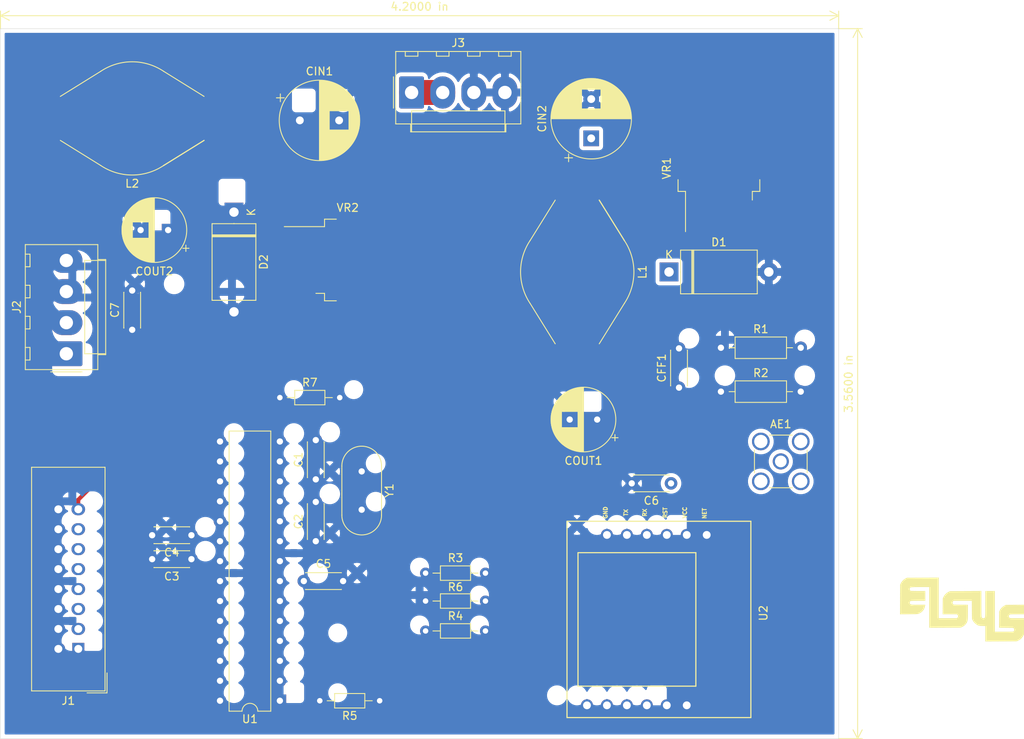
<source format=kicad_pcb>
(kicad_pcb (version 20171130) (host pcbnew "(5.1.5)-3")
  (layers (0 F.Cu signal) (31 B.Cu signal hide) (34 B.Paste user) (35 F.Paste user) (36 B.SilkS user) (37 F.SilkS user) (38 B.Mask user) (39 F.Mask user) (44 Edge.Cuts user))
  (net 0 "")
  (net 1 "Net-(AE1-Pad1)")
  (net 2 GND)
  (net 3 "Net-(C1-Pad2)")
  (net 4 "Net-(C2-Pad2)")
  (net 5 +4V)
  (net 6 "Net-(CFF1-Pad2)")
  (net 7 +12V)
  (net 8 +5V)
  (net 9 "Net-(D1-Pad1)")
  (net 10 "Net-(D2-Pad1)")
  (net 11 R0)
  (net 12 G0)
  (net 13 B0)
  (net 14 R1)
  (net 15 G1)
  (net 16 B1)
  (net 17 A)
  (net 18 B)
  (net 19 C)
  (net 20 D)
  (net 21 CLK)
  (net 22 STB)
  (net 23 OE)
  (net 24 /TXD)
  (net 25 "Net-(R3-Pad2)")
  (net 26 "Net-(R6-Pad2)")
  (net 27 /RXD)
  (net 28 /12)
  (net 29 /13)
  (net 30 /A4)
  (net 31 /8)
  (net 32 /A5)
  (net 33 "Net-(U2-Pad7)")
  (net 34 "Net-(U2-Pad8)")
  (net 35 "Net-(U2-Pad9)")
  (net 36 "Net-(U2-Pad10)")
  (net 37 "Net-(U2-Pad11)")
  (net 38 "Net-(U2-Pad12)")
  (net 39 "Net-(C3-Pad1)")
  (net 40 "Net-(R5-Pad2)")
  (net 41 SIM_RST)
  (module TrafficSignPCB:ElsysLogo (layer F.Cu) (at 169.418 139.954)
    (fp_text reference G*** hide)
    (fp_text value LOGO hide)
  )
  (module Connector_IDC:IDC-Header_2x08_P2.54mm_Vertical (layer F.Cu) (at 56.896 145.034 180)
    (fp_text reference J1 (at 1.27 -6.604) (layer F.SilkS))
    (fp_text value "IDC connector")
    (pad 1 thru_hole rect (at 0 0 180) (size 1.5272 1.5272) (drill 1.016) (layers *.Cu *.Mask) (net 11 R0))
    (pad 2 thru_hole oval (at 2.54 0 180) (size 1.7272 1.5272) (drill 1.016) (layers *.Cu *.Mask) (net 12 G0))
    (pad 3 thru_hole oval (at 0 2.54 180) (size 1.7272 1.5272) (drill 1.016) (layers *.Cu *.Mask) (net 13 B0))
    (pad 4 thru_hole oval (at 2.54 2.54 180) (size 1.7272 1.5272) (drill 1.016) (layers *.Cu *.Mask) (net 2 GND))
    (pad 5 thru_hole oval (at 0 5.08 180) (size 1.7272 1.5272) (drill 1.016) (layers *.Cu *.Mask) (net 14 R1))
    (pad 6 thru_hole oval (at 2.54 5.08 180) (size 1.7272 1.5272) (drill 1.016) (layers *.Cu *.Mask) (net 15 G1))
    (pad 7 thru_hole oval (at 0 7.62 180) (size 1.7272 1.5272) (drill 1.016) (layers *.Cu *.Mask) (net 16 B1))
    (pad 8 thru_hole oval (at 2.54 7.62 180) (size 1.7272 1.5272) (drill 1.016) (layers *.Cu *.Mask) (net 2 GND))
    (pad 9 thru_hole oval (at 0 10.16 180) (size 1.7272 1.5272) (drill 1.016) (layers *.Cu *.Mask) (net 17 A))
    (pad 10 thru_hole oval (at 2.54 10.16 180) (size 1.7272 1.5272) (drill 1.016) (layers *.Cu *.Mask) (net 18 B))
    (pad 11 thru_hole oval (at 0 12.7 180) (size 1.7272 1.5272) (drill 1.016) (layers *.Cu *.Mask) (net 19 C))
    (pad 12 thru_hole oval (at 2.54 12.7 180) (size 1.7272 1.5272) (drill 1.016) (layers *.Cu *.Mask) (net 20 D))
    (pad 13 thru_hole oval (at 0 15.24 180) (size 1.7272 1.5272) (drill 1.016) (layers *.Cu *.Mask) (net 21 CLK))
    (pad 14 thru_hole oval (at 2.54 15.24 180) (size 1.7272 1.5272) (drill 1.016) (layers *.Cu *.Mask) (net 22 STB))
    (pad 15 thru_hole oval (at 0 17.78 180) (size 1.7272 1.5272) (drill 1.016) (layers *.Cu *.Mask) (net 23 OE))
    (pad 16 thru_hole oval (at 2.54 17.78 180) (size 1.7272 1.5272) (drill 1.016) (layers *.Cu *.Mask) (net 2 GND))
  )
  (module Package_DIP:DIP-28_W7.62mm (layer F.Cu) (at 82.55 151.638 180)
    (fp_text reference U1 (at 3.81 -2.33) (layer F.SilkS))
    (fp_text value ATmega328P-PU)
    (pad 1 thru_hole rect (at 0 0 180) (size 1.6 1.6) (drill 0.8) (layers *.Cu *.Mask) (net 40 "Net-(R5-Pad2)"))
    (pad 15 thru_hole oval (at 7.62 33.02 180) (size 1.6 1.6) (drill 0.8) (layers *.Cu *.Mask) (net 23 OE))
    (pad 2 thru_hole oval (at 0 2.54 180) (size 1.6 1.6) (drill 0.8) (layers *.Cu *.Mask) (net 27 /RXD))
    (pad 16 thru_hole oval (at 7.62 30.48 180) (size 1.6 1.6) (drill 0.8) (layers *.Cu *.Mask) (net 22 STB))
    (pad 3 thru_hole oval (at 0 5.08 180) (size 1.6 1.6) (drill 0.8) (layers *.Cu *.Mask) (net 24 /TXD))
    (pad 17 thru_hole oval (at 7.62 27.94 180) (size 1.6 1.6) (drill 0.8) (layers *.Cu *.Mask) (net 21 CLK))
    (pad 4 thru_hole oval (at 0 7.62 180) (size 1.6 1.6) (drill 0.8) (layers *.Cu *.Mask) (net 11 R0))
    (pad 18 thru_hole oval (at 7.62 25.4 180) (size 1.6 1.6) (drill 0.8) (layers *.Cu *.Mask) (net 28 /12))
    (pad 5 thru_hole oval (at 0 10.16 180) (size 1.6 1.6) (drill 0.8) (layers *.Cu *.Mask) (net 12 G0))
    (pad 19 thru_hole oval (at 7.62 22.86 180) (size 1.6 1.6) (drill 0.8) (layers *.Cu *.Mask) (net 29 /13))
    (pad 6 thru_hole oval (at 0 12.7 180) (size 1.6 1.6) (drill 0.8) (layers *.Cu *.Mask) (net 13 B0))
    (pad 20 thru_hole oval (at 7.62 20.32 180) (size 1.6 1.6) (drill 0.8) (layers *.Cu *.Mask) (net 8 +5V))
    (pad 7 thru_hole oval (at 0 15.24 180) (size 1.6 1.6) (drill 0.8) (layers *.Cu *.Mask) (net 8 +5V))
    (pad 21 thru_hole oval (at 7.62 17.78 180) (size 1.6 1.6) (drill 0.8) (layers *.Cu *.Mask) (net 39 "Net-(C3-Pad1)"))
    (pad 8 thru_hole oval (at 0 17.78 180) (size 1.6 1.6) (drill 0.8) (layers *.Cu *.Mask) (net 2 GND))
    (pad 22 thru_hole oval (at 7.62 15.24 180) (size 1.6 1.6) (drill 0.8) (layers *.Cu *.Mask) (net 2 GND))
    (pad 9 thru_hole oval (at 0 20.32 180) (size 1.6 1.6) (drill 0.8) (layers *.Cu *.Mask) (net 4 "Net-(C2-Pad2)"))
    (pad 23 thru_hole oval (at 7.62 12.7 180) (size 1.6 1.6) (drill 0.8) (layers *.Cu *.Mask) (net 17 A))
    (pad 10 thru_hole oval (at 0 22.86 180) (size 1.6 1.6) (drill 0.8) (layers *.Cu *.Mask) (net 3 "Net-(C1-Pad2)"))
    (pad 24 thru_hole oval (at 7.62 10.16 180) (size 1.6 1.6) (drill 0.8) (layers *.Cu *.Mask) (net 18 B))
    (pad 11 thru_hole oval (at 0 25.4 180) (size 1.6 1.6) (drill 0.8) (layers *.Cu *.Mask) (net 14 R1))
    (pad 25 thru_hole oval (at 7.62 7.62 180) (size 1.6 1.6) (drill 0.8) (layers *.Cu *.Mask) (net 19 C))
    (pad 12 thru_hole oval (at 0 27.94 180) (size 1.6 1.6) (drill 0.8) (layers *.Cu *.Mask) (net 15 G1))
    (pad 26 thru_hole oval (at 7.62 5.08 180) (size 1.6 1.6) (drill 0.8) (layers *.Cu *.Mask) (net 20 D))
    (pad 13 thru_hole oval (at 0 30.48 180) (size 1.6 1.6) (drill 0.8) (layers *.Cu *.Mask) (net 16 B1))
    (pad 27 thru_hole oval (at 7.62 2.54 180) (size 1.6 1.6) (drill 0.8) (layers *.Cu *.Mask) (net 30 /A4))
    (pad 14 thru_hole oval (at 0 33.02 180) (size 1.6 1.6) (drill 0.8) (layers *.Cu *.Mask) (net 31 /8))
    (pad 28 thru_hole oval (at 7.62 0 180) (size 1.6 1.6) (drill 0.8) (layers *.Cu *.Mask) (net 32 /A5))
  )
  (module Connector_Coaxial:SMA_Amphenol_901-144_Vertical (layer F.Cu) (at 146.304 121.158)
    (fp_text reference AE1 (at 0 -4.75) (layer F.SilkS))
    (fp_text value Antenna)
    (pad 1 thru_hole circle (at 0 0) (size 2.05 2.05) (drill 1.5) (layers *.Cu *.Mask) (net 1 "Net-(AE1-Pad1)"))
    (pad 2 thru_hole circle (at 2.54 2.54) (size 2.25 2.25) (drill 1.7) (layers *.Cu *.Mask))
    (pad 2 thru_hole circle (at 2.54 -2.54) (size 2.25 2.25) (drill 1.7) (layers *.Cu *.Mask))
    (pad 2 thru_hole circle (at -2.54 -2.54) (size 2.25 2.25) (drill 1.7) (layers *.Cu *.Mask))
    (pad 2 thru_hole circle (at -2.54 2.54) (size 2.25 2.25) (drill 1.7) (layers *.Cu *.Mask))
  )
  (module Capacitor_THT:C_Disc_D4.3mm_W1.9mm_P5.00mm (layer F.Cu) (at 87.122 123.444 90)
    (fp_text reference C1 (at 2.5 -2.2 90) (layer F.SilkS))
    (fp_text value 22pF)
    (pad 1 thru_hole circle (at 0 0 90) (size 1.6 1.6) (drill 0.8) (layers *.Cu *.Mask) (net 2 GND))
    (pad 2 thru_hole circle (at 5 0 90) (size 1.6 1.6) (drill 0.8) (layers *.Cu *.Mask) (net 3 "Net-(C1-Pad2)"))
  )
  (module Capacitor_THT:C_Disc_D4.3mm_W1.9mm_P5.00mm (layer F.Cu) (at 87.122 131.318 90)
    (fp_text reference C2 (at 2.5 -2.2 90) (layer F.SilkS))
    (fp_text value 22pF)
    (pad 2 thru_hole circle (at 5 0 90) (size 1.6 1.6) (drill 0.8) (layers *.Cu *.Mask) (net 4 "Net-(C2-Pad2)"))
    (pad 1 thru_hole circle (at 0 0 90) (size 1.6 1.6) (drill 0.8) (layers *.Cu *.Mask) (net 2 GND))
  )
  (module Capacitor_THT:C_Disc_D4.3mm_W1.9mm_P5.00mm (layer F.Cu) (at 133.35 111.76 90)
    (fp_text reference CFF1 (at 2.5 -2.2 90) (layer F.SilkS))
    (fp_text value 10nF)
    (pad 1 thru_hole circle (at 0 0 90) (size 1.6 1.6) (drill 0.8) (layers *.Cu *.Mask) (net 5 +4V))
    (pad 2 thru_hole circle (at 5 0 90) (size 1.6 1.6) (drill 0.8) (layers *.Cu *.Mask) (net 6 "Net-(CFF1-Pad2)"))
  )
  (module Capacitor_THT:CP_Radial_D10.0mm_P5.00mm (layer F.Cu) (at 85.09 77.724)
    (fp_text reference CIN1 (at 2.5 -6.25) (layer F.SilkS))
    (fp_text value 680uF)
    (pad 2 thru_hole circle (at 5 0) (size 2 2) (drill 1) (layers *.Cu *.Mask) (net 2 GND))
    (pad 1 thru_hole rect (at 0 0) (size 2 2) (drill 1) (layers *.Cu *.Mask) (net 7 +12V))
  )
  (module Capacitor_THT:CP_Radial_D10.0mm_P5.00mm (layer F.Cu) (at 122.174 80.01 90)
    (fp_text reference CIN2 (at 2.5 -6.25 90) (layer F.SilkS))
    (fp_text value 680uF)
    (pad 2 thru_hole circle (at 5 0 90) (size 2 2) (drill 1) (layers *.Cu *.Mask) (net 2 GND))
    (pad 1 thru_hole rect (at 0 0 90) (size 2 2) (drill 1) (layers *.Cu *.Mask) (net 7 +12V))
  )
  (module Inductor_SMD:L_Bourns_SDR1806 (layer F.Cu) (at 120.396 97.028 270)
    (fp_text reference L1 (at 0 -8.3 90) (layer F.SilkS))
    (fp_text value 33uH)
    (pad 1 smd rect (at -7.85 0 270) (size 4 3.9) (drill (offset -0.5 0)) (layers F.Cu F.Paste F.Mask) (net 9 "Net-(D1-Pad1)"))
    (pad 2 smd rect (at 7.85 0 90) (size 4 3.9) (drill (offset -0.5 0)) (layers F.Cu F.Paste F.Mask) (net 5 +4V))
  )
  (module Inductor_SMD:L_Bourns_SDR1806 (layer F.Cu) (at 63.754 77.47 180)
    (fp_text reference L2 (at 0 -8.3) (layer F.SilkS))
    (fp_text value 33uH)
    (pad 2 smd rect (at 7.85 0) (size 5 3.9) (drill (offset -1 0)) (layers F.Cu F.Paste F.Mask) (net 8 +5V))
    (pad 1 smd rect (at -7.85 0 180) (size 5 3.9) (drill (offset -1 0)) (layers F.Cu F.Paste F.Mask) (net 10 "Net-(D2-Pad1)"))
  )
  (module Resistor_THT:R_Axial_DIN0207_L6.3mm_D2.5mm_P10.16mm_Horizontal (layer F.Cu) (at 138.684 106.68)
    (fp_text reference R1 (at 5.08 -2.37) (layer F.SilkS))
    (fp_text value 1k/1%)
    (pad 1 thru_hole circle (at 0 0) (size 1.6 1.6) (drill 0.8) (layers *.Cu *.Mask) (net 6 "Net-(CFF1-Pad2)"))
    (pad 2 thru_hole oval (at 10.16 0) (size 1.6 1.6) (drill 0.8) (layers *.Cu *.Mask) (net 2 GND))
  )
  (module Resistor_THT:R_Axial_DIN0207_L6.3mm_D2.5mm_P10.16mm_Horizontal (layer F.Cu) (at 138.684 112.268)
    (fp_text reference R2 (at 5.08 -2.37) (layer F.SilkS))
    (fp_text value 2.2k/1%)
    (pad 2 thru_hole oval (at 10.16 0) (size 1.6 1.6) (drill 0.8) (layers *.Cu *.Mask) (net 6 "Net-(CFF1-Pad2)"))
    (pad 1 thru_hole circle (at 0 0) (size 1.6 1.6) (drill 0.8) (layers *.Cu *.Mask) (net 5 +4V))
  )
  (module SIM800:Sim800L (layer F.Cu) (at 142.494 128.778 270)
    (fp_text reference U2 (at 11.7 -1.6 90) (layer F.SilkS))
    (fp_text value SIM800L)
    (fp_text user GND (at -1.1 18.5 90) (layer F.SilkS) (effects (font (size 0.5 0.5) (thickness 0.125))))
    (fp_text user TX (at -1.1 15.9 90) (layer F.SilkS) (effects (font (size 0.5 0.5) (thickness 0.125))))
    (fp_text user RX (at -1.1 13.5 90) (layer F.SilkS) (effects (font (size 0.5 0.5) (thickness 0.125))))
    (fp_text user RST (at -1.1 10.9 90) (layer F.SilkS) (effects (font (size 0.5 0.5) (thickness 0.125))))
    (fp_text user VCC (at -1.1 8.4 90) (layer F.SilkS) (effects (font (size 0.5 0.5) (thickness 0.125))))
    (fp_text user NET (at -1 5.9 90) (layer F.SilkS) (effects (font (size 0.5 0.5) (thickness 0.125))))
    (pad 1 thru_hole rect (at 1.74 5.62 270) (size 1.524 1.524) (drill 1) (layers *.Cu *.Mask) (net 1 "Net-(AE1-Pad1)"))
    (pad 2 thru_hole circle (at 1.74 8.16 270) (size 1.524 1.524) (drill 1) (layers *.Cu *.Mask) (net 5 +4V))
    (pad 3 thru_hole circle (at 1.74 10.7 270) (size 1.524 1.524) (drill 1) (layers *.Cu *.Mask) (net 41 SIM_RST))
    (pad 4 thru_hole circle (at 1.74 13.24 270) (size 1.524 1.524) (drill 1) (layers *.Cu *.Mask) (net 25 "Net-(R3-Pad2)"))
    (pad 5 thru_hole circle (at 1.74 15.78 270) (size 1.524 1.524) (drill 1) (layers *.Cu *.Mask) (net 26 "Net-(R6-Pad2)"))
    (pad 6 thru_hole circle (at 1.74 18.32 270) (size 1.524 1.524) (drill 1) (layers *.Cu *.Mask) (net 2 GND))
    (pad 7 thru_hole rect (at 23.44 8.16 270) (size 1.524 1.524) (drill 1) (layers *.Cu *.Mask) (net 33 "Net-(U2-Pad7)"))
    (pad 8 thru_hole circle (at 23.44 10.7 270) (size 1.524 1.524) (drill 1) (layers *.Cu *.Mask) (net 34 "Net-(U2-Pad8)"))
    (pad 9 thru_hole circle (at 23.44 13.24 270) (size 1.524 1.524) (drill 1) (layers *.Cu *.Mask) (net 35 "Net-(U2-Pad9)"))
    (pad 10 thru_hole circle (at 23.44 15.78 270) (size 1.524 1.524) (drill 1) (layers *.Cu *.Mask) (net 36 "Net-(U2-Pad10)"))
    (pad 11 thru_hole circle (at 23.44 18.32 270) (size 1.524 1.524) (drill 1) (layers *.Cu *.Mask) (net 37 "Net-(U2-Pad11)"))
    (pad 12 thru_hole circle (at 23.44 20.86 270) (size 1.524 1.524) (drill 1) (layers *.Cu *.Mask) (net 38 "Net-(U2-Pad12)"))
  )
  (module Package_TO_SOT_SMD:TO-263-5_TabPin3 (layer F.Cu) (at 138.43 83.82 90)
    (fp_text reference VR1 (at 0 -6.65 90) (layer F.SilkS))
    (fp_text value LM2596S-ADJ)
    (pad 1 smd rect (at -5.775 -3.4 90) (size 4.6 1.1) (layers F.Cu F.Paste F.Mask) (net 7 +12V))
    (pad 2 smd rect (at -5.775 -1.7 90) (size 4.6 1.1) (layers F.Cu F.Paste F.Mask) (net 9 "Net-(D1-Pad1)"))
    (pad 3 smd rect (at -5.775 0 90) (size 4.6 1.1) (layers F.Cu F.Paste F.Mask) (net 2 GND))
    (pad 4 smd rect (at -5.775 1.7 90) (size 4.6 1.1) (layers F.Cu F.Paste F.Mask) (net 6 "Net-(CFF1-Pad2)"))
    (pad 5 smd rect (at -5.775 3.4 90) (size 4.6 1.1) (layers F.Cu F.Paste F.Mask) (net 2 GND))
    (pad 3 smd rect (at 3.375 0 90) (size 15.4 14.8) (drill (offset 3 0)) (layers F.Cu F.Mask) (net 2 GND))
  )
  (module Package_TO_SOT_SMD:TO-263-5_TabPin3 (layer F.Cu) (at 91.186 95.504)
    (fp_text reference VR2 (at 0 -6.65) (layer F.SilkS))
    (fp_text value LM2596S-5)
    (pad 3 smd rect (at 3.375 0) (size 15.4 14.8) (drill (offset 3 0)) (layers F.Cu F.Mask Eco2.User) (net 2 GND))
    (pad 5 smd rect (at -5.775 3.4) (size 4.6 1.1) (layers F.Cu F.Paste F.Mask) (net 2 GND))
    (pad 4 smd rect (at -5.775 1.7) (size 4.6 1.1) (layers F.Cu F.Paste F.Mask) (net 8 +5V))
    (pad 3 smd rect (at -5.775 0) (size 4.6 1.1) (layers F.Cu F.Paste F.Mask) (net 2 GND))
    (pad 2 smd rect (at -5.775 -1.7) (size 4.6 1.1) (layers F.Cu F.Paste F.Mask) (net 10 "Net-(D2-Pad1)"))
    (pad 1 smd rect (at -5.775 -3.4) (size 4.6 1.1) (layers F.Cu F.Paste F.Mask) (net 7 +12V))
  )
  (module Connector_Molex:Molex_KK-396_A-41791-0004_1x04_P3.96mm_Vertical (layer F.Cu) (at 99.314 74.168)
    (fp_text reference J3 (at 5.94 -6.31) (layer F.SilkS))
    (fp_text value "Power In")
    (pad 1 thru_hole roundrect (at 0 0) (size 3.16 4.1) (drill 1.7) (layers *.Cu *.Mask) (roundrect_rratio 0.079114) (net 7 +12V))
    (pad 2 thru_hole oval (at 3.96 0) (size 3.16 4.1) (drill 1.7) (layers *.Cu *.Mask) (net 7 +12V))
    (pad 3 thru_hole oval (at 7.92 0) (size 3.16 4.1) (drill 1.7) (layers *.Cu *.Mask) (net 2 GND))
    (pad 4 thru_hole oval (at 11.88 0) (size 3.16 4.1) (drill 1.7) (layers *.Cu *.Mask) (net 2 GND))
  )
  (module Connector_Molex:Molex_KK-396_A-41791-0004_1x04_P3.96mm_Vertical (layer F.Cu) (at 55.372 107.442 90)
    (fp_text reference J2 (at 5.94 -6.31 90) (layer F.SilkS))
    (fp_text value "3.96mm pitch 4-pin polarized connector")
    (pad 1 thru_hole roundrect (at 0 0 90) (size 3.16 4.1) (drill 1.7) (layers *.Cu *.Mask) (roundrect_rratio 0.079114) (net 8 +5V))
    (pad 2 thru_hole oval (at 3.96 0 90) (size 3.16 4.1) (drill 1.7) (layers *.Cu *.Mask) (net 8 +5V))
    (pad 3 thru_hole oval (at 7.92 0 90) (size 3.16 4.1) (drill 1.7) (layers *.Cu *.Mask) (net 2 GND))
    (pad 4 thru_hole oval (at 11.88 0 90) (size 3.16 4.1) (drill 1.7) (layers *.Cu *.Mask) (net 2 GND))
  )
  (module Capacitor_THT:C_Disc_D4.3mm_W1.9mm_P5.00mm (layer F.Cu) (at 71.294 133.604 180)
    (fp_text reference C3 (at 2.5 -2.2) (layer F.SilkS))
    (fp_text value 100n)
    (pad 2 thru_hole circle (at 5 0 180) (size 1.6 1.6) (drill 0.8) (layers *.Cu *.Mask) (net 2 GND))
    (pad 1 thru_hole circle (at 0 0 180) (size 1.6 1.6) (drill 0.8) (layers *.Cu *.Mask) (net 39 "Net-(C3-Pad1)"))
  )
  (module Capacitor_THT:C_Disc_D4.3mm_W1.9mm_P5.00mm (layer F.Cu) (at 71.294 130.556 180)
    (fp_text reference C4 (at 2.5 -2.2) (layer F.SilkS))
    (fp_text value 100n)
    (pad 1 thru_hole circle (at 0 0 180) (size 1.6 1.6) (drill 0.8) (layers *.Cu *.Mask) (net 8 +5V))
    (pad 2 thru_hole circle (at 5 0 180) (size 1.6 1.6) (drill 0.8) (layers *.Cu *.Mask) (net 2 GND))
  )
  (module Capacitor_THT:C_Disc_D4.3mm_W1.9mm_P5.00mm (layer F.Cu) (at 85.598 136.398)
    (fp_text reference C5 (at 2.5 -2.2) (layer F.SilkS))
    (fp_text value 100n)
    (pad 1 thru_hole circle (at 0 0) (size 1.6 1.6) (drill 0.8) (layers *.Cu *.Mask) (net 8 +5V))
    (pad 2 thru_hole circle (at 5 0) (size 1.6 1.6) (drill 0.8) (layers *.Cu *.Mask) (net 2 GND))
  )
  (module Capacitor_THT:CP_Radial_D8.0mm_P3.50mm (layer F.Cu) (at 122.936 115.824 180)
    (fp_text reference COUT1 (at 1.75 -5.25) (layer F.SilkS))
    (fp_text value 470uF)
    (pad 1 thru_hole rect (at 0 0 180) (size 1.6 1.6) (drill 0.8) (layers *.Cu *.Mask) (net 5 +4V))
    (pad 2 thru_hole circle (at 3.5 0 180) (size 1.6 1.6) (drill 0.8) (layers *.Cu *.Mask) (net 2 GND))
  )
  (module Capacitor_THT:CP_Radial_D8.0mm_P3.50mm (layer F.Cu) (at 68.326 91.694 180)
    (fp_text reference COUT2 (at 1.75 -5.25) (layer F.SilkS))
    (fp_text value 330uF)
    (pad 2 thru_hole circle (at 3.5 0 180) (size 1.6 1.6) (drill 0.8) (layers *.Cu *.Mask) (net 2 GND))
    (pad 1 thru_hole rect (at 0 0 180) (size 1.6 1.6) (drill 0.8) (layers *.Cu *.Mask) (net 8 +5V))
  )
  (module Resistor_THT:R_Axial_DIN0204_L3.6mm_D1.6mm_P7.62mm_Horizontal (layer F.Cu) (at 101.092 135.382)
    (fp_text reference R3 (at 3.81 -1.92) (layer F.SilkS))
    (fp_text value 10k)
    (pad 2 thru_hole oval (at 7.62 0) (size 1.4 1.4) (drill 0.7) (layers *.Cu *.Mask) (net 25 "Net-(R3-Pad2)"))
    (pad 1 thru_hole circle (at 0 0) (size 1.4 1.4) (drill 0.7) (layers *.Cu *.Mask) (net 24 /TXD))
  )
  (module Resistor_THT:R_Axial_DIN0204_L3.6mm_D1.6mm_P7.62mm_Horizontal (layer F.Cu) (at 108.712 138.938 180)
    (fp_text reference R4 (at 3.81 -1.92) (layer F.SilkS))
    (fp_text value 20k)
    (pad 1 thru_hole circle (at 0 0 180) (size 1.4 1.4) (drill 0.7) (layers *.Cu *.Mask) (net 25 "Net-(R3-Pad2)"))
    (pad 2 thru_hole oval (at 7.62 0 180) (size 1.4 1.4) (drill 0.7) (layers *.Cu *.Mask) (net 2 GND))
  )
  (module Resistor_THT:R_Axial_DIN0204_L3.6mm_D1.6mm_P7.62mm_Horizontal (layer F.Cu) (at 95.25 151.638 180)
    (fp_text reference R5 (at 3.81 -1.92) (layer F.SilkS))
    (fp_text value 10k)
    (pad 1 thru_hole circle (at 0 0 180) (size 1.4 1.4) (drill 0.7) (layers *.Cu *.Mask) (net 8 +5V))
    (pad 2 thru_hole oval (at 7.62 0 180) (size 1.4 1.4) (drill 0.7) (layers *.Cu *.Mask) (net 40 "Net-(R5-Pad2)"))
  )
  (module Crystal:Crystal_HC49-U_Vertical (layer F.Cu) (at 92.964 122.428 270)
    (fp_text reference Y1 (at 2.44 -3.525 90) (layer F.SilkS))
    (fp_text value 16MHz)
    (pad 1 thru_hole circle (at 0 0 270) (size 1.5 1.5) (drill 0.8) (layers *.Cu *.Mask) (net 3 "Net-(C1-Pad2)"))
    (pad 2 thru_hole circle (at 4.88 0 270) (size 1.5 1.5) (drill 0.8) (layers *.Cu *.Mask) (net 4 "Net-(C2-Pad2)"))
  )
  (module Resistor_THT:R_Axial_DIN0204_L3.6mm_D1.6mm_P7.62mm_Horizontal (layer F.Cu) (at 101.092 142.748)
    (fp_text reference R6 (at 3.81 -5.588) (layer F.SilkS))
    (fp_text value 10k)
    (pad 1 thru_hole circle (at 0 0) (size 1.4 1.4) (drill 0.7) (layers *.Cu *.Mask) (net 27 /RXD))
    (pad 2 thru_hole oval (at 7.62 0) (size 1.4 1.4) (drill 0.7) (layers *.Cu *.Mask) (net 26 "Net-(R6-Pad2)"))
  )
  (module Capacitor_THT:C_Disc_D4.3mm_W1.9mm_P5.00mm (layer F.Cu) (at 132.334 123.952 180)
    (fp_text reference C6 (at 2.5 -2.2) (layer F.SilkS))
    (fp_text value 100n)
    (pad 1 thru_hole circle (at 0 0 180) (size 1.6 1.6) (drill 0.8) (layers *.Cu *.Mask) (net 5 +4V))
    (pad 2 thru_hole circle (at 5 0 180) (size 1.6 1.6) (drill 0.8) (layers *.Cu *.Mask) (net 2 GND))
  )
  (module Capacitor_THT:C_Disc_D4.3mm_W1.9mm_P5.00mm (layer F.Cu) (at 63.754 104.394 90)
    (fp_text reference C7 (at 2.5 -2.2 90) (layer F.SilkS))
    (fp_text value 100n)
    (pad 2 thru_hole circle (at 5 0 90) (size 1.6 1.6) (drill 0.8) (layers *.Cu *.Mask) (net 2 GND))
    (pad 1 thru_hole circle (at 0 0 90) (size 1.6 1.6) (drill 0.8) (layers *.Cu *.Mask) (net 8 +5V))
  )
  (module Resistor_THT:R_Axial_DIN0204_L3.6mm_D1.6mm_P7.62mm_Horizontal (layer F.Cu) (at 82.55 113.03)
    (fp_text reference R7 (at 3.81 -1.92) (layer F.SilkS))
    (fp_text value 10k)
    (pad 1 thru_hole circle (at 0 0) (size 1.4 1.4) (drill 0.7) (layers *.Cu *.Mask) (net 31 /8))
    (pad 2 thru_hole oval (at 7.62 0) (size 1.4 1.4) (drill 0.7) (layers *.Cu *.Mask) (net 41 SIM_RST))
  )
  (module Diode_THT:D_DO-27_P12.70mm_Horizontal (layer F.Cu) (at 132.08 97.028)
    (fp_text reference D1 (at 6.35 -3.785) (layer F.SilkS))
    (fp_text value 100V/5A)
    (fp_text user K (at 0 -2.2) (layer F.SilkS))
    (pad 2 thru_hole oval (at 12.7 0) (size 2.4 2.4) (drill 1.2) (layers *.Cu *.Mask) (net 2 GND))
    (pad 1 thru_hole rect (at 0 0) (size 2.4 2.4) (drill 1.2) (layers *.Cu *.Mask) (net 9 "Net-(D1-Pad1)"))
  )
  (module Diode_THT:D_DO-27_P12.70mm_Horizontal (layer F.Cu) (at 76.708 89.408 270)
    (fp_text reference D2 (at 6.35 -3.785 90) (layer F.SilkS))
    (fp_text value 100V/5A)
    (fp_text user K (at 0 -2.2 90) (layer F.SilkS))
    (pad 1 thru_hole rect (at 0 0 270) (size 2.4 2.4) (drill 1.2) (layers *.Cu *.Mask) (net 10 "Net-(D2-Pad1)"))
    (pad 2 thru_hole oval (at 12.7 0 270) (size 2.4 2.4) (drill 1.2) (layers *.Cu *.Mask) (net 2 GND))
  )
  (gr_line (start 46.99 156.464) (end 46.99 144.78) (layer Edge.Cuts) (width 0.05))
  (gr_line (start 153.67 144.78) (end 153.67 156.464) (layer Edge.Cuts) (width 0.05))
  (dimension 90.424 (width 0.12) (layer F.SilkS) (gr_text "90.424 mm" (at 157.353 111.252 270) (layer F.SilkS) (effects (font (size 1 1) (thickness 0.15)))) (feature1 (pts (xy 153.67 156.464) (xy 156.669421 156.464))) (feature2 (pts (xy 153.67 66.04) (xy 156.669421 66.04))) (crossbar (pts (xy 156.083 66.04) (xy 156.083 156.464))) (arrow1a (pts (xy 156.083 156.464) (xy 155.496579 155.337496))) (arrow1b (pts (xy 156.083 156.464) (xy 156.669421 155.337496))) (arrow2a (pts (xy 156.083 66.04) (xy 155.496579 67.166504))) (arrow2b (pts (xy 156.083 66.04) (xy 156.669421 67.166504))))
  (dimension 106.68 (width 0.12) (layer F.SilkS) (gr_text "106.680 mm" (at 100.33 63.119) (layer F.SilkS) (effects (font (size 1 1) (thickness 0.15)))) (feature1 (pts (xy 153.67 66.04) (xy 153.67 63.802579))) (feature2 (pts (xy 46.99 66.04) (xy 46.99 63.802579))) (crossbar (pts (xy 46.99 64.389) (xy 153.67 64.389))) (arrow1a (pts (xy 153.67 64.389) (xy 152.543496 64.975421))) (arrow1b (pts (xy 153.67 64.389) (xy 152.543496 63.802579))) (arrow2a (pts (xy 46.99 64.389) (xy 48.116504 64.975421))) (arrow2b (pts (xy 46.99 64.389) (xy 48.116504 63.802579))))
  (gr_line (start 46.99 156.464) (end 153.67 156.464) (layer Edge.Cuts) (width 0.05))
  (gr_line (start 46.99 66.04) (end 46.99 144.78) (layer Edge.Cuts) (width 0.05))
  (gr_line (start 153.67 66.04) (end 46.99 66.04) (layer Edge.Cuts) (width 0.05))
  (gr_line (start 153.67 144.78) (end 153.67 66.04) (layer Edge.Cuts) (width 0.05))
  (segment (start 99.314 74.168) (end 103.274 74.168) (width 3.175) (layer F.Cu) (net 7))
  (segment (start 73.79863 118.618) (end 74.93 118.618) (width 0.508) (layer F.Cu) (net 23))
  (segment (start 64.310686 118.618) (end 73.79863 118.618) (width 0.508) (layer F.Cu) (net 23))
  (segment (start 56.896 126.032686) (end 64.310686 118.618) (width 0.508) (layer F.Cu) (net 23))
  (segment (start 56.896 127.254) (end 56.896 126.032686) (width 0.508) (layer F.Cu) (net 23))
  (zone (net 2) (net_name GND) (layer B.Cu) (connect_pads (clearance 0.508)) (min_thickness 0.254) (fill yes (arc_segments 32) (thermal_gap 0.5) (thermal_bridge_width 1))
    (polygon (pts (xy 153.67 156.464) (xy 46.99 156.464) (xy 46.99 66.04) (xy 153.67 66.04)))
  )
)
</source>
